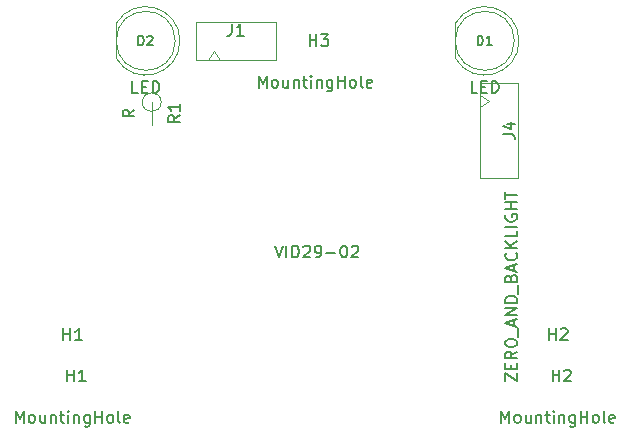
<source format=gbr>
%TF.GenerationSoftware,KiCad,Pcbnew,(6.0.7-1)-1*%
%TF.CreationDate,2023-10-29T12:13:09+10:00*%
%TF.ProjectId,GAUGE_Analog Instruments,47415547-455f-4416-9e61-6c6f6720496e,rev?*%
%TF.SameCoordinates,Original*%
%TF.FileFunction,AssemblyDrawing,Top*%
%FSLAX46Y46*%
G04 Gerber Fmt 4.6, Leading zero omitted, Abs format (unit mm)*
G04 Created by KiCad (PCBNEW (6.0.7-1)-1) date 2023-10-29 12:13:09*
%MOMM*%
%LPD*%
G01*
G04 APERTURE LIST*
%ADD10C,0.150000*%
%ADD11C,0.200000*%
%ADD12C,0.100000*%
G04 APERTURE END LIST*
D10*
%TO.C,H3*%
X175152085Y-82436980D02*
X175152085Y-81436980D01*
X175485419Y-82151266D01*
X175818752Y-81436980D01*
X175818752Y-82436980D01*
X176437800Y-82436980D02*
X176342561Y-82389361D01*
X176294942Y-82341742D01*
X176247323Y-82246504D01*
X176247323Y-81960790D01*
X176294942Y-81865552D01*
X176342561Y-81817933D01*
X176437800Y-81770314D01*
X176580657Y-81770314D01*
X176675895Y-81817933D01*
X176723514Y-81865552D01*
X176771133Y-81960790D01*
X176771133Y-82246504D01*
X176723514Y-82341742D01*
X176675895Y-82389361D01*
X176580657Y-82436980D01*
X176437800Y-82436980D01*
X177628276Y-81770314D02*
X177628276Y-82436980D01*
X177199704Y-81770314D02*
X177199704Y-82294123D01*
X177247323Y-82389361D01*
X177342561Y-82436980D01*
X177485419Y-82436980D01*
X177580657Y-82389361D01*
X177628276Y-82341742D01*
X178104466Y-81770314D02*
X178104466Y-82436980D01*
X178104466Y-81865552D02*
X178152085Y-81817933D01*
X178247323Y-81770314D01*
X178390180Y-81770314D01*
X178485419Y-81817933D01*
X178533038Y-81913171D01*
X178533038Y-82436980D01*
X178866371Y-81770314D02*
X179247323Y-81770314D01*
X179009228Y-81436980D02*
X179009228Y-82294123D01*
X179056847Y-82389361D01*
X179152085Y-82436980D01*
X179247323Y-82436980D01*
X179580657Y-82436980D02*
X179580657Y-81770314D01*
X179580657Y-81436980D02*
X179533038Y-81484600D01*
X179580657Y-81532219D01*
X179628276Y-81484600D01*
X179580657Y-81436980D01*
X179580657Y-81532219D01*
X180056847Y-81770314D02*
X180056847Y-82436980D01*
X180056847Y-81865552D02*
X180104466Y-81817933D01*
X180199704Y-81770314D01*
X180342561Y-81770314D01*
X180437800Y-81817933D01*
X180485419Y-81913171D01*
X180485419Y-82436980D01*
X181390180Y-81770314D02*
X181390180Y-82579838D01*
X181342561Y-82675076D01*
X181294942Y-82722695D01*
X181199704Y-82770314D01*
X181056847Y-82770314D01*
X180961609Y-82722695D01*
X181390180Y-82389361D02*
X181294942Y-82436980D01*
X181104466Y-82436980D01*
X181009228Y-82389361D01*
X180961609Y-82341742D01*
X180913990Y-82246504D01*
X180913990Y-81960790D01*
X180961609Y-81865552D01*
X181009228Y-81817933D01*
X181104466Y-81770314D01*
X181294942Y-81770314D01*
X181390180Y-81817933D01*
X181866371Y-82436980D02*
X181866371Y-81436980D01*
X181866371Y-81913171D02*
X182437800Y-81913171D01*
X182437800Y-82436980D02*
X182437800Y-81436980D01*
X183056847Y-82436980D02*
X182961609Y-82389361D01*
X182913990Y-82341742D01*
X182866371Y-82246504D01*
X182866371Y-81960790D01*
X182913990Y-81865552D01*
X182961609Y-81817933D01*
X183056847Y-81770314D01*
X183199704Y-81770314D01*
X183294942Y-81817933D01*
X183342561Y-81865552D01*
X183390180Y-81960790D01*
X183390180Y-82246504D01*
X183342561Y-82341742D01*
X183294942Y-82389361D01*
X183199704Y-82436980D01*
X183056847Y-82436980D01*
X183961609Y-82436980D02*
X183866371Y-82389361D01*
X183818752Y-82294123D01*
X183818752Y-81436980D01*
X184723514Y-82389361D02*
X184628276Y-82436980D01*
X184437800Y-82436980D01*
X184342561Y-82389361D01*
X184294942Y-82294123D01*
X184294942Y-81913171D01*
X184342561Y-81817933D01*
X184437800Y-81770314D01*
X184628276Y-81770314D01*
X184723514Y-81817933D01*
X184771133Y-81913171D01*
X184771133Y-82008409D01*
X184294942Y-82103647D01*
X179475895Y-78936980D02*
X179475895Y-77936980D01*
X179475895Y-78413171D02*
X180047323Y-78413171D01*
X180047323Y-78936980D02*
X180047323Y-77936980D01*
X180428276Y-77936980D02*
X181047323Y-77936980D01*
X180713990Y-78317933D01*
X180856847Y-78317933D01*
X180952085Y-78365552D01*
X180999704Y-78413171D01*
X181047323Y-78508409D01*
X181047323Y-78746504D01*
X180999704Y-78841742D01*
X180952085Y-78889361D01*
X180856847Y-78936980D01*
X180571133Y-78936980D01*
X180475895Y-78889361D01*
X180428276Y-78841742D01*
%TO.C,M1*%
X176507561Y-95820380D02*
X176840895Y-96820380D01*
X177174228Y-95820380D01*
X177507561Y-96820380D02*
X177507561Y-95820380D01*
X177983752Y-96820380D02*
X177983752Y-95820380D01*
X178221847Y-95820380D01*
X178364704Y-95868000D01*
X178459942Y-95963238D01*
X178507561Y-96058476D01*
X178555180Y-96248952D01*
X178555180Y-96391809D01*
X178507561Y-96582285D01*
X178459942Y-96677523D01*
X178364704Y-96772761D01*
X178221847Y-96820380D01*
X177983752Y-96820380D01*
X178936133Y-95915619D02*
X178983752Y-95868000D01*
X179078990Y-95820380D01*
X179317085Y-95820380D01*
X179412323Y-95868000D01*
X179459942Y-95915619D01*
X179507561Y-96010857D01*
X179507561Y-96106095D01*
X179459942Y-96248952D01*
X178888514Y-96820380D01*
X179507561Y-96820380D01*
X179983752Y-96820380D02*
X180174228Y-96820380D01*
X180269466Y-96772761D01*
X180317085Y-96725142D01*
X180412323Y-96582285D01*
X180459942Y-96391809D01*
X180459942Y-96010857D01*
X180412323Y-95915619D01*
X180364704Y-95868000D01*
X180269466Y-95820380D01*
X180078990Y-95820380D01*
X179983752Y-95868000D01*
X179936133Y-95915619D01*
X179888514Y-96010857D01*
X179888514Y-96248952D01*
X179936133Y-96344190D01*
X179983752Y-96391809D01*
X180078990Y-96439428D01*
X180269466Y-96439428D01*
X180364704Y-96391809D01*
X180412323Y-96344190D01*
X180459942Y-96248952D01*
X180888514Y-96439428D02*
X181650419Y-96439428D01*
X182317085Y-95820380D02*
X182412323Y-95820380D01*
X182507561Y-95868000D01*
X182555180Y-95915619D01*
X182602800Y-96010857D01*
X182650419Y-96201333D01*
X182650419Y-96439428D01*
X182602800Y-96629904D01*
X182555180Y-96725142D01*
X182507561Y-96772761D01*
X182412323Y-96820380D01*
X182317085Y-96820380D01*
X182221847Y-96772761D01*
X182174228Y-96725142D01*
X182126609Y-96629904D01*
X182078990Y-96439428D01*
X182078990Y-96201333D01*
X182126609Y-96010857D01*
X182174228Y-95915619D01*
X182221847Y-95868000D01*
X182317085Y-95820380D01*
X183031371Y-95915619D02*
X183078990Y-95868000D01*
X183174228Y-95820380D01*
X183412323Y-95820380D01*
X183507561Y-95868000D01*
X183555180Y-95915619D01*
X183602800Y-96010857D01*
X183602800Y-96106095D01*
X183555180Y-96248952D01*
X182983752Y-96820380D01*
X183602800Y-96820380D01*
%TO.C,H1*%
X158622395Y-103820380D02*
X158622395Y-102820380D01*
X158622395Y-103296571D02*
X159193823Y-103296571D01*
X159193823Y-103820380D02*
X159193823Y-102820380D01*
X160193823Y-103820380D02*
X159622395Y-103820380D01*
X159908109Y-103820380D02*
X159908109Y-102820380D01*
X159812871Y-102963238D01*
X159717633Y-103058476D01*
X159622395Y-103106095D01*
X154598585Y-110820380D02*
X154598585Y-109820380D01*
X154931919Y-110534666D01*
X155265252Y-109820380D01*
X155265252Y-110820380D01*
X155884300Y-110820380D02*
X155789061Y-110772761D01*
X155741442Y-110725142D01*
X155693823Y-110629904D01*
X155693823Y-110344190D01*
X155741442Y-110248952D01*
X155789061Y-110201333D01*
X155884300Y-110153714D01*
X156027157Y-110153714D01*
X156122395Y-110201333D01*
X156170014Y-110248952D01*
X156217633Y-110344190D01*
X156217633Y-110629904D01*
X156170014Y-110725142D01*
X156122395Y-110772761D01*
X156027157Y-110820380D01*
X155884300Y-110820380D01*
X157074776Y-110153714D02*
X157074776Y-110820380D01*
X156646204Y-110153714D02*
X156646204Y-110677523D01*
X156693823Y-110772761D01*
X156789061Y-110820380D01*
X156931919Y-110820380D01*
X157027157Y-110772761D01*
X157074776Y-110725142D01*
X157550966Y-110153714D02*
X157550966Y-110820380D01*
X157550966Y-110248952D02*
X157598585Y-110201333D01*
X157693823Y-110153714D01*
X157836680Y-110153714D01*
X157931919Y-110201333D01*
X157979538Y-110296571D01*
X157979538Y-110820380D01*
X158312871Y-110153714D02*
X158693823Y-110153714D01*
X158455728Y-109820380D02*
X158455728Y-110677523D01*
X158503347Y-110772761D01*
X158598585Y-110820380D01*
X158693823Y-110820380D01*
X159027157Y-110820380D02*
X159027157Y-110153714D01*
X159027157Y-109820380D02*
X158979538Y-109868000D01*
X159027157Y-109915619D01*
X159074776Y-109868000D01*
X159027157Y-109820380D01*
X159027157Y-109915619D01*
X159503347Y-110153714D02*
X159503347Y-110820380D01*
X159503347Y-110248952D02*
X159550966Y-110201333D01*
X159646204Y-110153714D01*
X159789061Y-110153714D01*
X159884300Y-110201333D01*
X159931919Y-110296571D01*
X159931919Y-110820380D01*
X160836680Y-110153714D02*
X160836680Y-110963238D01*
X160789061Y-111058476D01*
X160741442Y-111106095D01*
X160646204Y-111153714D01*
X160503347Y-111153714D01*
X160408109Y-111106095D01*
X160836680Y-110772761D02*
X160741442Y-110820380D01*
X160550966Y-110820380D01*
X160455728Y-110772761D01*
X160408109Y-110725142D01*
X160360490Y-110629904D01*
X160360490Y-110344190D01*
X160408109Y-110248952D01*
X160455728Y-110201333D01*
X160550966Y-110153714D01*
X160741442Y-110153714D01*
X160836680Y-110201333D01*
X161312871Y-110820380D02*
X161312871Y-109820380D01*
X161312871Y-110296571D02*
X161884300Y-110296571D01*
X161884300Y-110820380D02*
X161884300Y-109820380D01*
X162503347Y-110820380D02*
X162408109Y-110772761D01*
X162360490Y-110725142D01*
X162312871Y-110629904D01*
X162312871Y-110344190D01*
X162360490Y-110248952D01*
X162408109Y-110201333D01*
X162503347Y-110153714D01*
X162646204Y-110153714D01*
X162741442Y-110201333D01*
X162789061Y-110248952D01*
X162836680Y-110344190D01*
X162836680Y-110629904D01*
X162789061Y-110725142D01*
X162741442Y-110772761D01*
X162646204Y-110820380D01*
X162503347Y-110820380D01*
X163408109Y-110820380D02*
X163312871Y-110772761D01*
X163265252Y-110677523D01*
X163265252Y-109820380D01*
X164170014Y-110772761D02*
X164074776Y-110820380D01*
X163884300Y-110820380D01*
X163789061Y-110772761D01*
X163741442Y-110677523D01*
X163741442Y-110296571D01*
X163789061Y-110201333D01*
X163884300Y-110153714D01*
X164074776Y-110153714D01*
X164170014Y-110201333D01*
X164217633Y-110296571D01*
X164217633Y-110391809D01*
X163741442Y-110487047D01*
X158922395Y-107320380D02*
X158922395Y-106320380D01*
X158922395Y-106796571D02*
X159493823Y-106796571D01*
X159493823Y-107320380D02*
X159493823Y-106320380D01*
X160493823Y-107320380D02*
X159922395Y-107320380D01*
X160208109Y-107320380D02*
X160208109Y-106320380D01*
X160112871Y-106463238D01*
X160017633Y-106558476D01*
X159922395Y-106606095D01*
%TO.C,H2*%
X199729395Y-103820380D02*
X199729395Y-102820380D01*
X199729395Y-103296571D02*
X200300823Y-103296571D01*
X200300823Y-103820380D02*
X200300823Y-102820380D01*
X200729395Y-102915619D02*
X200777014Y-102868000D01*
X200872252Y-102820380D01*
X201110347Y-102820380D01*
X201205585Y-102868000D01*
X201253204Y-102915619D01*
X201300823Y-103010857D01*
X201300823Y-103106095D01*
X201253204Y-103248952D01*
X200681776Y-103820380D01*
X201300823Y-103820380D01*
X195705585Y-110820380D02*
X195705585Y-109820380D01*
X196038919Y-110534666D01*
X196372252Y-109820380D01*
X196372252Y-110820380D01*
X196991300Y-110820380D02*
X196896061Y-110772761D01*
X196848442Y-110725142D01*
X196800823Y-110629904D01*
X196800823Y-110344190D01*
X196848442Y-110248952D01*
X196896061Y-110201333D01*
X196991300Y-110153714D01*
X197134157Y-110153714D01*
X197229395Y-110201333D01*
X197277014Y-110248952D01*
X197324633Y-110344190D01*
X197324633Y-110629904D01*
X197277014Y-110725142D01*
X197229395Y-110772761D01*
X197134157Y-110820380D01*
X196991300Y-110820380D01*
X198181776Y-110153714D02*
X198181776Y-110820380D01*
X197753204Y-110153714D02*
X197753204Y-110677523D01*
X197800823Y-110772761D01*
X197896061Y-110820380D01*
X198038919Y-110820380D01*
X198134157Y-110772761D01*
X198181776Y-110725142D01*
X198657966Y-110153714D02*
X198657966Y-110820380D01*
X198657966Y-110248952D02*
X198705585Y-110201333D01*
X198800823Y-110153714D01*
X198943680Y-110153714D01*
X199038919Y-110201333D01*
X199086538Y-110296571D01*
X199086538Y-110820380D01*
X199419871Y-110153714D02*
X199800823Y-110153714D01*
X199562728Y-109820380D02*
X199562728Y-110677523D01*
X199610347Y-110772761D01*
X199705585Y-110820380D01*
X199800823Y-110820380D01*
X200134157Y-110820380D02*
X200134157Y-110153714D01*
X200134157Y-109820380D02*
X200086538Y-109868000D01*
X200134157Y-109915619D01*
X200181776Y-109868000D01*
X200134157Y-109820380D01*
X200134157Y-109915619D01*
X200610347Y-110153714D02*
X200610347Y-110820380D01*
X200610347Y-110248952D02*
X200657966Y-110201333D01*
X200753204Y-110153714D01*
X200896061Y-110153714D01*
X200991300Y-110201333D01*
X201038919Y-110296571D01*
X201038919Y-110820380D01*
X201943680Y-110153714D02*
X201943680Y-110963238D01*
X201896061Y-111058476D01*
X201848442Y-111106095D01*
X201753204Y-111153714D01*
X201610347Y-111153714D01*
X201515109Y-111106095D01*
X201943680Y-110772761D02*
X201848442Y-110820380D01*
X201657966Y-110820380D01*
X201562728Y-110772761D01*
X201515109Y-110725142D01*
X201467490Y-110629904D01*
X201467490Y-110344190D01*
X201515109Y-110248952D01*
X201562728Y-110201333D01*
X201657966Y-110153714D01*
X201848442Y-110153714D01*
X201943680Y-110201333D01*
X202419871Y-110820380D02*
X202419871Y-109820380D01*
X202419871Y-110296571D02*
X202991300Y-110296571D01*
X202991300Y-110820380D02*
X202991300Y-109820380D01*
X203610347Y-110820380D02*
X203515109Y-110772761D01*
X203467490Y-110725142D01*
X203419871Y-110629904D01*
X203419871Y-110344190D01*
X203467490Y-110248952D01*
X203515109Y-110201333D01*
X203610347Y-110153714D01*
X203753204Y-110153714D01*
X203848442Y-110201333D01*
X203896061Y-110248952D01*
X203943680Y-110344190D01*
X203943680Y-110629904D01*
X203896061Y-110725142D01*
X203848442Y-110772761D01*
X203753204Y-110820380D01*
X203610347Y-110820380D01*
X204515109Y-110820380D02*
X204419871Y-110772761D01*
X204372252Y-110677523D01*
X204372252Y-109820380D01*
X205277014Y-110772761D02*
X205181776Y-110820380D01*
X204991300Y-110820380D01*
X204896061Y-110772761D01*
X204848442Y-110677523D01*
X204848442Y-110296571D01*
X204896061Y-110201333D01*
X204991300Y-110153714D01*
X205181776Y-110153714D01*
X205277014Y-110201333D01*
X205324633Y-110296571D01*
X205324633Y-110391809D01*
X204848442Y-110487047D01*
X200029395Y-107320380D02*
X200029395Y-106320380D01*
X200029395Y-106796571D02*
X200600823Y-106796571D01*
X200600823Y-107320380D02*
X200600823Y-106320380D01*
X201029395Y-106415619D02*
X201077014Y-106368000D01*
X201172252Y-106320380D01*
X201410347Y-106320380D01*
X201505585Y-106368000D01*
X201553204Y-106415619D01*
X201600823Y-106510857D01*
X201600823Y-106606095D01*
X201553204Y-106748952D01*
X200981776Y-107320380D01*
X201600823Y-107320380D01*
%TO.C,J1*%
X172883166Y-77036980D02*
X172883166Y-77751266D01*
X172835547Y-77894123D01*
X172740309Y-77989361D01*
X172597452Y-78036980D01*
X172502214Y-78036980D01*
X173883166Y-78036980D02*
X173311738Y-78036980D01*
X173597452Y-78036980D02*
X173597452Y-77036980D01*
X173502214Y-77179838D01*
X173406976Y-77275076D01*
X173311738Y-77322695D01*
%TO.C,R1*%
X164631880Y-84316076D02*
X164155690Y-84649409D01*
X164631880Y-84887504D02*
X163631880Y-84887504D01*
X163631880Y-84506552D01*
X163679500Y-84411314D01*
X163727119Y-84363695D01*
X163822357Y-84316076D01*
X163965214Y-84316076D01*
X164060452Y-84363695D01*
X164108071Y-84411314D01*
X164155690Y-84506552D01*
X164155690Y-84887504D01*
X168471880Y-84792266D02*
X167995690Y-85125600D01*
X168471880Y-85363695D02*
X167471880Y-85363695D01*
X167471880Y-84982742D01*
X167519500Y-84887504D01*
X167567119Y-84839885D01*
X167662357Y-84792266D01*
X167805214Y-84792266D01*
X167900452Y-84839885D01*
X167948071Y-84887504D01*
X167995690Y-84982742D01*
X167995690Y-85363695D01*
X168471880Y-83839885D02*
X168471880Y-84411314D01*
X168471880Y-84125600D02*
X167471880Y-84125600D01*
X167614738Y-84220838D01*
X167709976Y-84316076D01*
X167757595Y-84411314D01*
%TO.C,D2*%
X164943642Y-82896980D02*
X164467452Y-82896980D01*
X164467452Y-81896980D01*
X165276976Y-82373171D02*
X165610309Y-82373171D01*
X165753166Y-82896980D02*
X165276976Y-82896980D01*
X165276976Y-81896980D01*
X165753166Y-81896980D01*
X166181738Y-82896980D02*
X166181738Y-81896980D01*
X166419833Y-81896980D01*
X166562690Y-81944600D01*
X166657928Y-82039838D01*
X166705547Y-82135076D01*
X166753166Y-82325552D01*
X166753166Y-82468409D01*
X166705547Y-82658885D01*
X166657928Y-82754123D01*
X166562690Y-82849361D01*
X166419833Y-82896980D01*
X166181738Y-82896980D01*
D11*
X164976023Y-78846504D02*
X164976023Y-78046504D01*
X165166500Y-78046504D01*
X165280785Y-78084600D01*
X165356976Y-78160790D01*
X165395071Y-78236980D01*
X165433166Y-78389361D01*
X165433166Y-78503647D01*
X165395071Y-78656028D01*
X165356976Y-78732219D01*
X165280785Y-78808409D01*
X165166500Y-78846504D01*
X164976023Y-78846504D01*
X165737928Y-78122695D02*
X165776023Y-78084600D01*
X165852214Y-78046504D01*
X166042690Y-78046504D01*
X166118880Y-78084600D01*
X166156976Y-78122695D01*
X166195071Y-78198885D01*
X166195071Y-78275076D01*
X166156976Y-78389361D01*
X165699833Y-78846504D01*
X166195071Y-78846504D01*
D10*
%TO.C,D1*%
X193650642Y-82896980D02*
X193174452Y-82896980D01*
X193174452Y-81896980D01*
X193983976Y-82373171D02*
X194317309Y-82373171D01*
X194460166Y-82896980D02*
X193983976Y-82896980D01*
X193983976Y-81896980D01*
X194460166Y-81896980D01*
X194888738Y-82896980D02*
X194888738Y-81896980D01*
X195126833Y-81896980D01*
X195269690Y-81944600D01*
X195364928Y-82039838D01*
X195412547Y-82135076D01*
X195460166Y-82325552D01*
X195460166Y-82468409D01*
X195412547Y-82658885D01*
X195364928Y-82754123D01*
X195269690Y-82849361D01*
X195126833Y-82896980D01*
X194888738Y-82896980D01*
D11*
X193683023Y-78846504D02*
X193683023Y-78046504D01*
X193873500Y-78046504D01*
X193987785Y-78084600D01*
X194063976Y-78160790D01*
X194102071Y-78236980D01*
X194140166Y-78389361D01*
X194140166Y-78503647D01*
X194102071Y-78656028D01*
X194063976Y-78732219D01*
X193987785Y-78808409D01*
X193873500Y-78846504D01*
X193683023Y-78846504D01*
X194902071Y-78846504D02*
X194444928Y-78846504D01*
X194673500Y-78846504D02*
X194673500Y-78046504D01*
X194597309Y-78160790D01*
X194521119Y-78236980D01*
X194444928Y-78275076D01*
D10*
%TO.C,J4*%
X196031880Y-107312600D02*
X196031880Y-106645933D01*
X197031880Y-107312600D01*
X197031880Y-106645933D01*
X196508071Y-106264980D02*
X196508071Y-105931647D01*
X197031880Y-105788790D02*
X197031880Y-106264980D01*
X196031880Y-106264980D01*
X196031880Y-105788790D01*
X197031880Y-104788790D02*
X196555690Y-105122123D01*
X197031880Y-105360219D02*
X196031880Y-105360219D01*
X196031880Y-104979266D01*
X196079500Y-104884028D01*
X196127119Y-104836409D01*
X196222357Y-104788790D01*
X196365214Y-104788790D01*
X196460452Y-104836409D01*
X196508071Y-104884028D01*
X196555690Y-104979266D01*
X196555690Y-105360219D01*
X196031880Y-104169742D02*
X196031880Y-103979266D01*
X196079500Y-103884028D01*
X196174738Y-103788790D01*
X196365214Y-103741171D01*
X196698547Y-103741171D01*
X196889023Y-103788790D01*
X196984261Y-103884028D01*
X197031880Y-103979266D01*
X197031880Y-104169742D01*
X196984261Y-104264980D01*
X196889023Y-104360219D01*
X196698547Y-104407838D01*
X196365214Y-104407838D01*
X196174738Y-104360219D01*
X196079500Y-104264980D01*
X196031880Y-104169742D01*
X197127119Y-103550695D02*
X197127119Y-102788790D01*
X196746166Y-102598314D02*
X196746166Y-102122123D01*
X197031880Y-102693552D02*
X196031880Y-102360219D01*
X197031880Y-102026885D01*
X197031880Y-101693552D02*
X196031880Y-101693552D01*
X197031880Y-101122123D01*
X196031880Y-101122123D01*
X197031880Y-100645933D02*
X196031880Y-100645933D01*
X196031880Y-100407838D01*
X196079500Y-100264980D01*
X196174738Y-100169742D01*
X196269976Y-100122123D01*
X196460452Y-100074504D01*
X196603309Y-100074504D01*
X196793785Y-100122123D01*
X196889023Y-100169742D01*
X196984261Y-100264980D01*
X197031880Y-100407838D01*
X197031880Y-100645933D01*
X197127119Y-99884028D02*
X197127119Y-99122123D01*
X196508071Y-98550695D02*
X196555690Y-98407838D01*
X196603309Y-98360219D01*
X196698547Y-98312600D01*
X196841404Y-98312600D01*
X196936642Y-98360219D01*
X196984261Y-98407838D01*
X197031880Y-98503076D01*
X197031880Y-98884028D01*
X196031880Y-98884028D01*
X196031880Y-98550695D01*
X196079500Y-98455457D01*
X196127119Y-98407838D01*
X196222357Y-98360219D01*
X196317595Y-98360219D01*
X196412833Y-98407838D01*
X196460452Y-98455457D01*
X196508071Y-98550695D01*
X196508071Y-98884028D01*
X196746166Y-97931647D02*
X196746166Y-97455457D01*
X197031880Y-98026885D02*
X196031880Y-97693552D01*
X197031880Y-97360219D01*
X196936642Y-96455457D02*
X196984261Y-96503076D01*
X197031880Y-96645933D01*
X197031880Y-96741171D01*
X196984261Y-96884028D01*
X196889023Y-96979266D01*
X196793785Y-97026885D01*
X196603309Y-97074504D01*
X196460452Y-97074504D01*
X196269976Y-97026885D01*
X196174738Y-96979266D01*
X196079500Y-96884028D01*
X196031880Y-96741171D01*
X196031880Y-96645933D01*
X196079500Y-96503076D01*
X196127119Y-96455457D01*
X197031880Y-96026885D02*
X196031880Y-96026885D01*
X197031880Y-95455457D02*
X196460452Y-95884028D01*
X196031880Y-95455457D02*
X196603309Y-96026885D01*
X197031880Y-94550695D02*
X197031880Y-95026885D01*
X196031880Y-95026885D01*
X197031880Y-94217361D02*
X196031880Y-94217361D01*
X196079500Y-93217361D02*
X196031880Y-93312600D01*
X196031880Y-93455457D01*
X196079500Y-93598314D01*
X196174738Y-93693552D01*
X196269976Y-93741171D01*
X196460452Y-93788790D01*
X196603309Y-93788790D01*
X196793785Y-93741171D01*
X196889023Y-93693552D01*
X196984261Y-93598314D01*
X197031880Y-93455457D01*
X197031880Y-93360219D01*
X196984261Y-93217361D01*
X196936642Y-93169742D01*
X196603309Y-93169742D01*
X196603309Y-93360219D01*
X197031880Y-92741171D02*
X196031880Y-92741171D01*
X196508071Y-92741171D02*
X196508071Y-92169742D01*
X197031880Y-92169742D02*
X196031880Y-92169742D01*
X196031880Y-91836409D02*
X196031880Y-91264980D01*
X197031880Y-91550695D02*
X196031880Y-91550695D01*
X195857880Y-86397933D02*
X196572166Y-86397933D01*
X196715023Y-86445552D01*
X196810261Y-86540790D01*
X196857880Y-86683647D01*
X196857880Y-86778885D01*
X196191214Y-85493171D02*
X196857880Y-85493171D01*
X195810261Y-85731266D02*
X196524547Y-85969361D01*
X196524547Y-85350314D01*
D12*
%TO.C,J1*%
X171336500Y-79377493D02*
X171836500Y-80084600D01*
X176586500Y-76884600D02*
X169836500Y-76884600D01*
X176586500Y-80084600D02*
X176586500Y-76884600D01*
X169836500Y-80084600D02*
X176586500Y-80084600D01*
X169836500Y-76884600D02*
X169836500Y-80084600D01*
X170836500Y-80084600D02*
X171336500Y-79377493D01*
%TO.C,R1*%
X166099500Y-83675600D02*
X166099500Y-85575600D01*
X166899500Y-83675600D02*
G75*
G03*
X166899500Y-83675600I-800000J0D01*
G01*
%TO.C,D2*%
X163086500Y-77014906D02*
X163086500Y-79954294D01*
X163086484Y-79954266D02*
G75*
G03*
X163086500Y-77014906I2500016J1469666D01*
G01*
X168086500Y-78484600D02*
G75*
G03*
X168086500Y-78484600I-2500000J0D01*
G01*
%TO.C,D1*%
X191793500Y-77014906D02*
X191793500Y-79954294D01*
X191793484Y-79954266D02*
G75*
G03*
X191793500Y-77014906I2500016J1469666D01*
G01*
X196793500Y-78484600D02*
G75*
G03*
X196793500Y-78484600I-2500000J0D01*
G01*
%TO.C,J4*%
X193905500Y-90064600D02*
X197105500Y-90064600D01*
X193905500Y-82064600D02*
X193905500Y-90064600D01*
X193905500Y-83064600D02*
X194612607Y-83564600D01*
X197105500Y-90064600D02*
X197105500Y-82064600D01*
X197105500Y-82064600D02*
X193905500Y-82064600D01*
X194612607Y-83564600D02*
X193905500Y-84064600D01*
%TD*%
M02*

</source>
